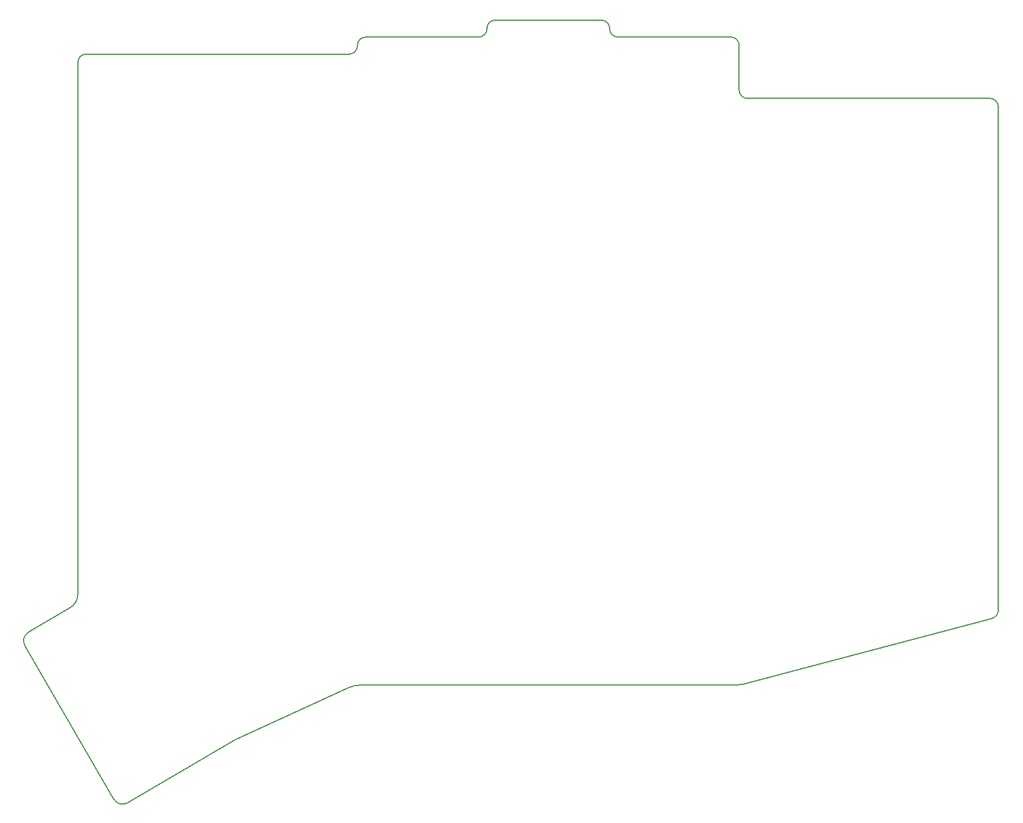
<source format=gm1>
G04 #@! TF.GenerationSoftware,KiCad,Pcbnew,(6.0.1)*
G04 #@! TF.CreationDate,2022-07-29T00:13:48+02:00*
G04 #@! TF.ProjectId,SofleKeyboard,536f666c-654b-4657-9962-6f6172642e6b,rev?*
G04 #@! TF.SameCoordinates,Original*
G04 #@! TF.FileFunction,Profile,NP*
%FSLAX46Y46*%
G04 Gerber Fmt 4.6, Leading zero omitted, Abs format (unit mm)*
G04 Created by KiCad (PCBNEW (6.0.1)) date 2022-07-29 00:13:48*
%MOMM*%
%LPD*%
G01*
G04 APERTURE LIST*
G04 #@! TA.AperFunction,Profile*
%ADD10C,0.150000*%
G04 #@! TD*
G04 APERTURE END LIST*
D10*
X129506400Y-40556400D02*
G75*
G03*
X130730000Y-39332800I0J1223600D01*
G01*
X186711600Y-45835200D02*
X186711600Y-39282000D01*
X224710000Y-48273600D02*
G75*
G03*
X223486400Y-47050000I-1223600J0D01*
G01*
X150945616Y-35570816D02*
G75*
G03*
X149722016Y-36794416I0J-1223600D01*
G01*
X224711071Y-122094574D02*
X224710000Y-48273600D01*
X131182800Y-133058800D02*
G75*
G03*
X129354000Y-133465200I-3J-4317987D01*
G01*
X95013200Y-149772000D02*
G75*
G03*
X96994400Y-150330800I1270000J711200D01*
G01*
X112730000Y-141052000D02*
X129354000Y-133465200D01*
X88445928Y-121800883D02*
X82516400Y-125286400D01*
X89730000Y-100552000D02*
X89730000Y-119663225D01*
X90950816Y-40549216D02*
G75*
G03*
X89727216Y-41772816I0J-1223600D01*
G01*
X82516400Y-125286400D02*
G75*
G03*
X81957600Y-127267600I711200J-1270000D01*
G01*
X130730000Y-39282000D02*
X130730000Y-39332800D01*
X131953600Y-38058400D02*
G75*
G03*
X130730000Y-39282000I0J-1223600D01*
G01*
X89727216Y-41772816D02*
X89730000Y-99940000D01*
X88445928Y-121800883D02*
G75*
G03*
X89730000Y-119663225I-1052727J2086858D01*
G01*
X148506400Y-38065584D02*
X131953600Y-38058400D01*
X223783233Y-123281891D02*
G75*
G03*
X224711071Y-122094574I-295764J1187319D01*
G01*
X129506400Y-40556400D02*
X111230000Y-40552000D01*
X167712400Y-36843600D02*
G75*
G03*
X168936000Y-38067200I1223600J0D01*
G01*
X96994400Y-150330800D02*
X112730000Y-141052000D01*
X187213774Y-132934442D02*
X223783233Y-123281891D01*
X166488800Y-35573600D02*
X150945616Y-35570816D01*
X167712400Y-36797200D02*
G75*
G03*
X166488800Y-35573600I-1223600J0D01*
G01*
X111230000Y-40552000D02*
X90950816Y-40549216D01*
X131182800Y-133058800D02*
X186199200Y-133058800D01*
X223486400Y-47050000D02*
X187935200Y-47058800D01*
X167712400Y-36843600D02*
X167712400Y-36797200D01*
X148506400Y-38065584D02*
G75*
G03*
X149730000Y-36841984I0J1223600D01*
G01*
X81957600Y-127267600D02*
X95013200Y-149772000D01*
X186711600Y-39282000D02*
G75*
G03*
X185488000Y-38058400I-1223600J0D01*
G01*
X186711600Y-45835200D02*
G75*
G03*
X187935200Y-47058800I1223600J0D01*
G01*
X186199200Y-133058800D02*
G75*
G03*
X187213774Y-132934442I150978J2969123D01*
G01*
X149722016Y-36794416D02*
X149730000Y-36841984D01*
X185488000Y-38058400D02*
X168936000Y-38067200D01*
X89730000Y-99940000D02*
X89730000Y-100552000D01*
M02*

</source>
